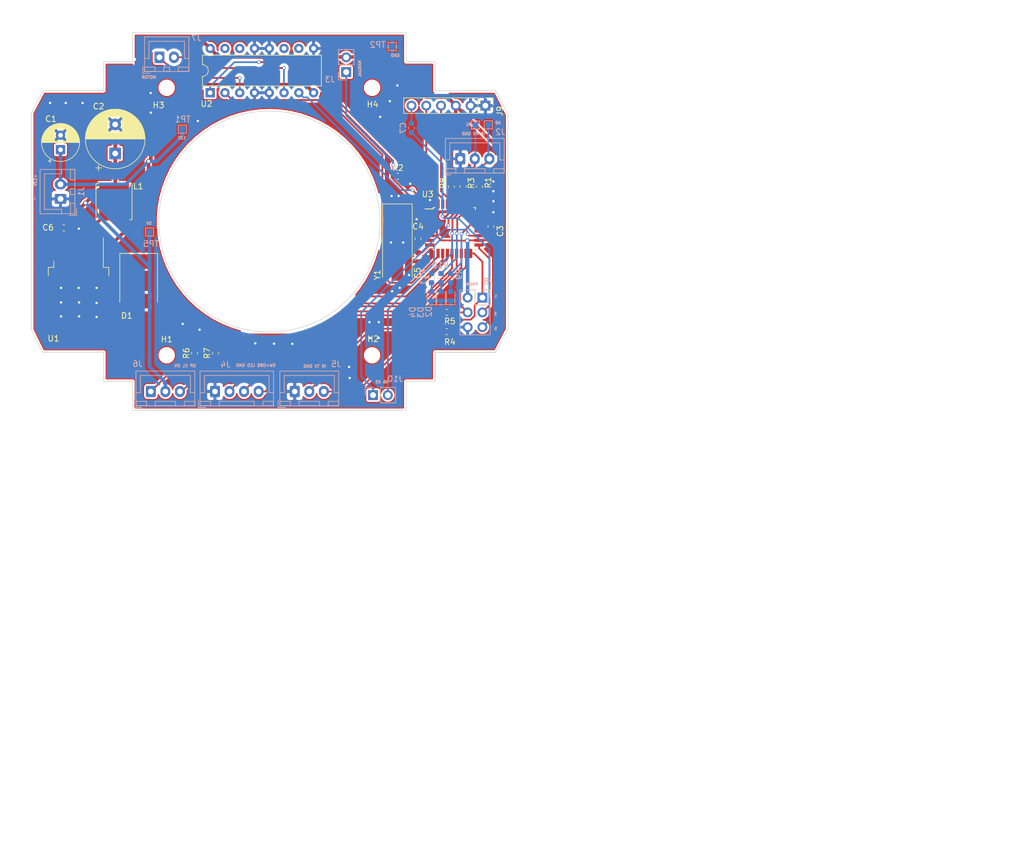
<source format=kicad_pcb>
(kicad_pcb (version 20171130) (host pcbnew 5.0.2-bee76a0~70~ubuntu18.04.1)
  (title_block (date "jeu. 02 avril 2015"))
  (layers (0 F.Cu signal) (31 B.Cu signal) (34 B.Paste user) (35 F.Paste user) (36 B.SilkS user) (37 F.SilkS user) (38 B.Mask user) (39 F.Mask user) (44 Edge.Cuts user))
  (net 0 "")
  (net 1 GND)
  (net 2 /2)
  (net 3 /4)
  (net 4 /7)
  (net 5 /8)
  (net 6 +5V)
  (net 7 +12V)
  (net 8 "Net-(D1-Pad1)")
  (net 9 /6)
  (net 10 /3)
  (net 11 "Net-(J7-Pad2)")
  (net 12 "Net-(J7-Pad1)")
  (net 13 /10)
  (net 14 /11)
  (net 15 /12)
  (net 16 /5)
  (net 17 "Net-(C3-Pad1)")
  (net 18 "Net-(C4-Pad2)")
  (net 19 "Net-(C5-Pad2)")
  (net 20 /Arduino_pro_mini/DTR)
  (net 21 "Net-(D3-Pad2)")
  (net 22 "Net-(D4-Pad2)")
  (net 23 /A0)
  (net 24 /Arduino_pro_mini/RX)
  (net 25 /Arduino_pro_mini/TX)
  (net 26 /Arduino_pro_mini/A5)
  (net 27 /Arduino_pro_mini/A4)
  (net 28 /Arduino_pro_mini/A2)
  (net 29 /Arduino_pro_mini/A3)
  (net 30 /Arduino_pro_mini/RESET)
  (net 31 "Net-(D2-Pad2)")
  (net 32 /A1)
  (net 33 /9)
  (net 34 "Net-(J5-Pad2)")
  (net 35 "Net-(J5-Pad3)")
  (net 36 /Arduino_pro_mini/SCK)
  (net 37 /Arduino_pro_mini/A6)
  (module TestPoint:TestPoint_Pad_1.0x1.0mm (layer B.Cu) (at 174.3 48.8)
    (fp_text reference TP4 hide)
    (fp_text value TestPoint)
    (pad 1 smd rect (at 0 0) (size 1 1) (layers B.Cu B.Mask) (net 32 /A1))
  )
  (module Resistor_SMD:R_0603_1608Metric (layer F.Cu) (at 160.9875 57.6)
    (fp_text reference R2 (at 0 -1.43) (layer F.SilkS))
    (fp_text value 100K)
    (pad 1 smd roundrect (at -0.7875 0) (size 0.875 0.95) (layers F.Cu F.Paste F.Mask) (net 3 /4))
    (pad 2 smd roundrect (at 0.7875 0) (size 0.875 0.95) (layers F.Cu F.Paste F.Mask) (net 1 GND))
  )
  (module Resistor_SMD:R_0603_1608Metric (layer F.Cu) (at 175 59.3875 270)
    (fp_text reference R1 (at -0.6875 -1.5 90) (layer F.SilkS))
    (fp_text value 60K)
    (pad 1 smd roundrect (at -0.7875 0 270) (size 0.875 0.95) (layers F.Cu F.Paste F.Mask) (net 6 +5V))
    (pad 2 smd roundrect (at 0.7875 0 270) (size 0.875 0.95) (layers F.Cu F.Paste F.Mask) (net 23 /A0))
  )
  (module Resistor_SMD:R_0603_1608Metric (layer F.Cu) (at 172.2 59.3875 270)
    (fp_text reference R3 (at -0.5875 -1.4 270) (layer F.SilkS))
    (fp_text value 60K)
    (pad 2 smd roundrect (at 0.7875 0 270) (size 0.875 0.95) (layers F.Cu F.Paste F.Mask) (net 32 /A1))
    (pad 1 smd roundrect (at -0.7875 0 270) (size 0.875 0.95) (layers F.Cu F.Paste F.Mask) (net 6 +5V))
  )
  (module Capacitor_SMD:C_0603_1608Metric (layer B.Cu) (at 163.322 49.3015 270)
    (fp_text reference C7 (at 0 1.43 270) (layer B.SilkS) (effects (justify mirror)))
    (fp_text value 0.1uF)
    (pad 1 smd roundrect (at -0.7875 0 270) (size 0.875 0.95) (layers B.Cu B.Paste B.Mask) (net 20 /Arduino_pro_mini/DTR))
    (pad 2 smd roundrect (at 0.7875 0 270) (size 0.875 0.95) (layers B.Cu B.Paste B.Mask) (net 30 /Arduino_pro_mini/RESET))
  )
  (module Resistor_SMD:R_0603_1608Metric (layer F.Cu) (at 169.3925 84.328 180)
    (fp_text reference R4 (at -0.5335 -1.778 180) (layer F.SilkS))
    (fp_text value 150E)
    (pad 1 smd roundrect (at -0.7875 0 180) (size 0.875 0.95) (layers F.Cu F.Paste F.Mask) (net 15 /12))
    (pad 2 smd roundrect (at 0.7875 0 180) (size 0.875 0.95) (layers F.Cu F.Paste F.Mask) (net 35 "Net-(J5-Pad3)"))
  )
  (module Connector_JST:JST_XH_B03B-XH-A_1x03_P2.50mm_Vertical (layer B.Cu) (at 171.704 54.61)
    (fp_text reference J2 (at 6.9 -4.6) (layer B.SilkS) (effects (justify mirror)))
    (fp_text value JST_XH_3pin)
    (pad 3 thru_hole oval (at 5 0) (size 1.7 1.95) (drill 0.95) (layers *.Cu *.Mask) (net 23 /A0))
    (pad 2 thru_hole oval (at 2.5 0) (size 1.7 1.95) (drill 0.95) (layers *.Cu *.Mask) (net 32 /A1))
    (pad 1 thru_hole roundrect (at 0 0) (size 1.7 1.95) (drill 0.95) (layers *.Cu *.Mask) (roundrect_rratio 0.147059) (net 1 GND))
  )
  (module Package_QFP:TQFP-32_7x7mm_P0.8mm (layer F.Cu) (at 170.69 66.63)
    (fp_text reference U3 (at -4.574 -5.924) (layer F.SilkS))
    (fp_text value ATmega328P-AU)
    (pad 32 smd rect (at -2.8 -4.25 90) (size 1.6 0.55) (layers F.Cu F.Paste F.Mask) (net 2 /2))
    (pad 31 smd rect (at -2 -4.25 90) (size 1.6 0.55) (layers F.Cu F.Paste F.Mask) (net 25 /Arduino_pro_mini/TX))
    (pad 30 smd rect (at -1.2 -4.25 90) (size 1.6 0.55) (layers F.Cu F.Paste F.Mask) (net 24 /Arduino_pro_mini/RX))
    (pad 29 smd rect (at -0.4 -4.25 90) (size 1.6 0.55) (layers F.Cu F.Paste F.Mask) (net 30 /Arduino_pro_mini/RESET))
    (pad 28 smd rect (at 0.4 -4.25 90) (size 1.6 0.55) (layers F.Cu F.Paste F.Mask) (net 26 /Arduino_pro_mini/A5))
    (pad 27 smd rect (at 1.2 -4.25 90) (size 1.6 0.55) (layers F.Cu F.Paste F.Mask) (net 27 /Arduino_pro_mini/A4))
    (pad 26 smd rect (at 2 -4.25 90) (size 1.6 0.55) (layers F.Cu F.Paste F.Mask) (net 29 /Arduino_pro_mini/A3))
    (pad 25 smd rect (at 2.8 -4.25 90) (size 1.6 0.55) (layers F.Cu F.Paste F.Mask) (net 28 /Arduino_pro_mini/A2))
    (pad 24 smd rect (at 4.25 -2.8) (size 1.6 0.55) (layers F.Cu F.Paste F.Mask) (net 32 /A1))
    (pad 23 smd rect (at 4.25 -2) (size 1.6 0.55) (layers F.Cu F.Paste F.Mask) (net 23 /A0))
    (pad 22 smd rect (at 4.25 -1.2) (size 1.6 0.55) (layers F.Cu F.Paste F.Mask))
    (pad 21 smd rect (at 4.25 -0.4) (size 1.6 0.55) (layers F.Cu F.Paste F.Mask) (net 1 GND))
    (pad 20 smd rect (at 4.25 0.4) (size 1.6 0.55) (layers F.Cu F.Paste F.Mask) (net 17 "Net-(C3-Pad1)"))
    (pad 19 smd rect (at 4.25 1.2) (size 1.6 0.55) (layers F.Cu F.Paste F.Mask) (net 37 /Arduino_pro_mini/A6))
    (pad 18 smd rect (at 4.25 2) (size 1.6 0.55) (layers F.Cu F.Paste F.Mask) (net 6 +5V))
    (pad 17 smd rect (at 4.25 2.8) (size 1.6 0.55) (layers F.Cu F.Paste F.Mask) (net 36 /Arduino_pro_mini/SCK))
    (pad 16 smd rect (at 2.8 4.25 90) (size 1.6 0.55) (layers F.Cu F.Paste F.Mask) (net 15 /12))
    (pad 15 smd rect (at 2 4.25 90) (size 1.6 0.55) (layers F.Cu F.Paste F.Mask) (net 14 /11))
    (pad 14 smd rect (at 1.2 4.25 90) (size 1.6 0.55) (layers F.Cu F.Paste F.Mask) (net 13 /10))
    (pad 13 smd rect (at 0.4 4.25 90) (size 1.6 0.55) (layers F.Cu F.Paste F.Mask) (net 33 /9))
    (pad 12 smd rect (at -0.4 4.25 90) (size 1.6 0.55) (layers F.Cu F.Paste F.Mask) (net 5 /8))
    (pad 11 smd rect (at -1.2 4.25 90) (size 1.6 0.55) (layers F.Cu F.Paste F.Mask) (net 4 /7))
    (pad 10 smd rect (at -2 4.25 90) (size 1.6 0.55) (layers F.Cu F.Paste F.Mask) (net 9 /6))
    (pad 9 smd rect (at -2.8 4.25 90) (size 1.6 0.55) (layers F.Cu F.Paste F.Mask) (net 16 /5))
    (pad 8 smd rect (at -4.25 2.8) (size 1.6 0.55) (layers F.Cu F.Paste F.Mask) (net 19 "Net-(C5-Pad2)"))
    (pad 7 smd rect (at -4.25 2) (size 1.6 0.55) (layers F.Cu F.Paste F.Mask) (net 18 "Net-(C4-Pad2)"))
    (pad 6 smd rect (at -4.25 1.2) (size 1.6 0.55) (layers F.Cu F.Paste F.Mask) (net 6 +5V))
    (pad 5 smd rect (at -4.25 0.4) (size 1.6 0.55) (layers F.Cu F.Paste F.Mask) (net 1 GND))
    (pad 4 smd rect (at -4.25 -0.4) (size 1.6 0.55) (layers F.Cu F.Paste F.Mask) (net 6 +5V))
    (pad 3 smd rect (at -4.25 -1.2) (size 1.6 0.55) (layers F.Cu F.Paste F.Mask) (net 1 GND))
    (pad 2 smd rect (at -4.25 -2) (size 1.6 0.55) (layers F.Cu F.Paste F.Mask) (net 3 /4))
    (pad 1 smd rect (at -4.25 -2.8) (size 1.6 0.55) (layers F.Cu F.Paste F.Mask) (net 10 /3))
  )
  (module Resistor_SMD:R_0603_1608Metric (layer F.Cu) (at 170.18 59.4105 270)
    (fp_text reference R8 (at -0.6105 1.38 270) (layer F.SilkS))
    (fp_text value 10K)
    (pad 1 smd roundrect (at -0.7875 0 270) (size 0.875 0.95) (layers F.Cu F.Paste F.Mask) (net 6 +5V))
    (pad 2 smd roundrect (at 0.7875 0 270) (size 0.875 0.95) (layers F.Cu F.Paste F.Mask) (net 30 /Arduino_pro_mini/RESET))
  )
  (module Connector_JST:JST_XH_B04B-XH-A_1x04_P2.50mm_Vertical (layer B.Cu) (at 129.55 94.625)
    (fp_text reference J4 (at 1.8 -4.625) (layer B.SilkS) (effects (justify mirror)))
    (fp_text value JST_XH_4pin)
    (pad 4 thru_hole oval (at 7.5 0) (size 1.7 1.95) (drill 0.95) (layers *.Cu *.Mask) (net 13 /10))
    (pad 3 thru_hole oval (at 5 0) (size 1.7 1.95) (drill 0.95) (layers *.Cu *.Mask) (net 33 /9))
    (pad 2 thru_hole oval (at 2.5 0) (size 1.7 1.95) (drill 0.95) (layers *.Cu *.Mask) (net 5 /8))
    (pad 1 thru_hole roundrect (at 0 0) (size 1.7 1.95) (drill 0.95) (layers *.Cu *.Mask) (roundrect_rratio 0.147059) (net 1 GND))
  )
  (module Connector_JST:JST_XH_B02B-XH-A_1x02_P2.50mm_Vertical (layer B.Cu) (at 120 37.15)
    (fp_text reference J7 (at 6.35 -3.3) (layer B.SilkS) (effects (justify mirror)))
    (fp_text value JST_XH_2pin)
    (pad 1 thru_hole roundrect (at 0 0) (size 1.7 2) (drill 1) (layers *.Cu *.Mask) (roundrect_rratio 0.147059) (net 12 "Net-(J7-Pad1)"))
    (pad 2 thru_hole oval (at 2.5 0) (size 1.7 2) (drill 1) (layers *.Cu *.Mask) (net 11 "Net-(J7-Pad2)"))
  )
  (module Connector_JST:JST_XH_B02B-XH-A_1x02_P2.50mm_Vertical (layer B.Cu) (at 103 61.5 90)
    (fp_text reference J1 (at 1.25 3.55 90) (layer B.SilkS) (effects (justify mirror)))
    (fp_text value JST_XH_2pin)
    (pad 1 thru_hole roundrect (at 0 0 90) (size 1.7 2) (drill 1) (layers *.Cu *.Mask) (roundrect_rratio 0.147059) (net 1 GND))
    (pad 2 thru_hole oval (at 2.5 0 90) (size 1.7 2) (drill 1) (layers *.Cu *.Mask) (net 7 +12V))
  )
  (module Package_DIP:DIP-16_W7.62mm (layer F.Cu) (at 128.72 43.25 90)
    (fp_text reference U2 (at -1.9 -0.62 180) (layer F.SilkS))
    (fp_text value L293D)
    (pad 1 thru_hole rect (at 0 0 90) (size 1.6 1.6) (drill 0.8) (layers *.Cu *.Mask) (net 2 /2))
    (pad 9 thru_hole oval (at 7.62 17.78 90) (size 1.6 1.6) (drill 0.8) (layers *.Cu *.Mask) (net 1 GND))
    (pad 2 thru_hole oval (at 0 2.54 90) (size 1.6 1.6) (drill 0.8) (layers *.Cu *.Mask) (net 16 /5))
    (pad 10 thru_hole oval (at 7.62 15.24 90) (size 1.6 1.6) (drill 0.8) (layers *.Cu *.Mask))
    (pad 3 thru_hole oval (at 0 5.08 90) (size 1.6 1.6) (drill 0.8) (layers *.Cu *.Mask) (net 12 "Net-(J7-Pad1)"))
    (pad 11 thru_hole oval (at 7.62 12.7 90) (size 1.6 1.6) (drill 0.8) (layers *.Cu *.Mask))
    (pad 4 thru_hole oval (at 0 7.62 90) (size 1.6 1.6) (drill 0.8) (layers *.Cu *.Mask) (net 1 GND))
    (pad 12 thru_hole oval (at 7.62 10.16 90) (size 1.6 1.6) (drill 0.8) (layers *.Cu *.Mask) (net 1 GND))
    (pad 5 thru_hole oval (at 0 10.16 90) (size 1.6 1.6) (drill 0.8) (layers *.Cu *.Mask) (net 1 GND))
    (pad 13 thru_hole oval (at 7.62 7.62 90) (size 1.6 1.6) (drill 0.8) (layers *.Cu *.Mask) (net 1 GND))
    (pad 6 thru_hole oval (at 0 12.7 90) (size 1.6 1.6) (drill 0.8) (layers *.Cu *.Mask) (net 11 "Net-(J7-Pad2)"))
    (pad 14 thru_hole oval (at 7.62 5.08 90) (size 1.6 1.6) (drill 0.8) (layers *.Cu *.Mask))
    (pad 7 thru_hole oval (at 0 15.24 90) (size 1.6 1.6) (drill 0.8) (layers *.Cu *.Mask) (net 10 /3))
    (pad 15 thru_hole oval (at 7.62 2.54 90) (size 1.6 1.6) (drill 0.8) (layers *.Cu *.Mask))
    (pad 8 thru_hole oval (at 0 17.78 90) (size 1.6 1.6) (drill 0.8) (layers *.Cu *.Mask) (net 7 +12V))
    (pad 16 thru_hole oval (at 7.62 0 90) (size 1.6 1.6) (drill 0.8) (layers *.Cu *.Mask) (net 6 +5V))
  )
  (module Package_TO_SOT_SMD:TO-263-5_TabPin3 (layer F.Cu) (at 106.1 76.235 270)
    (fp_text reference U1 (at 9.275 4.3) (layer F.SilkS))
    (fp_text value LM2576R-5.0)
    (pad 1 smd rect (at -5.775 -3.4 270) (size 4.6 1.1) (layers F.Cu F.Paste F.Mask) (net 7 +12V))
    (pad 2 smd rect (at -5.775 -1.7 270) (size 4.6 1.1) (layers F.Cu F.Paste F.Mask) (net 8 "Net-(D1-Pad1)"))
    (pad 3 smd rect (at -5.775 0 270) (size 4.6 1.1) (layers F.Cu F.Paste F.Mask) (net 1 GND))
    (pad 4 smd rect (at -5.775 1.7 270) (size 4.6 1.1) (layers F.Cu F.Paste F.Mask) (net 6 +5V))
    (pad 5 smd rect (at -5.775 3.4 270) (size 4.6 1.1) (layers F.Cu F.Paste F.Mask) (net 1 GND))
    (pad 3 smd rect (at 3.375 0 270) (size 9.4 10.8) (layers F.Cu F.Mask) (net 1 GND))
  )
  (module Inductor_SMD:L_Bourns_SRN6045TA (layer F.Cu) (at 112.2 61.975 90)
    (fp_text reference L1 (at 2.625 4.15 180) (layer F.SilkS))
    (fp_text value SRN6045-101M)
    (pad 1 smd rect (at -2.075 0 90) (size 2.35 5.1) (layers F.Cu F.Paste F.Mask) (net 8 "Net-(D1-Pad1)"))
    (pad 2 smd rect (at 2.075 0 90) (size 2.35 5.1) (layers F.Cu F.Paste F.Mask) (net 6 +5V))
  )
  (module Capacitor_THT:CP_Radial_D6.3mm_P2.50mm (layer F.Cu) (at 103 53.05 90)
    (fp_text reference C1 (at 5.3 -1.65 180) (layer F.SilkS))
    (fp_text value 100uF,25V)
    (pad 1 thru_hole rect (at 0 0 90) (size 1.6 1.6) (drill 0.8) (layers *.Cu *.Mask) (net 7 +12V))
    (pad 2 thru_hole circle (at 2.5 0 90) (size 1.6 1.6) (drill 0.8) (layers *.Cu *.Mask) (net 1 GND))
  )
  (module Capacitor_THT:CP_Radial_D10.0mm_P5.00mm (layer F.Cu) (at 112.4 53.7 90)
    (fp_text reference C2 (at 8.1 -2.85 180) (layer F.SilkS))
    (fp_text value 1000uF,16V)
    (pad 1 thru_hole rect (at 0 0 90) (size 2 2) (drill 1) (layers *.Cu *.Mask) (net 6 +5V))
    (pad 2 thru_hole circle (at 5 0 90) (size 2 2) (drill 1) (layers *.Cu *.Mask) (net 1 GND))
  )
  (module Diode_SMD:D_SMC (layer F.Cu) (at 116.44 75.69 270)
    (fp_text reference D1 (at 5.9 2.05) (layer F.SilkS))
    (fp_text value SS34)
    (pad 1 smd rect (at -3.4 0) (size 3.3 2.5) (layers F.Cu F.Paste F.Mask) (net 8 "Net-(D1-Pad1)"))
    (pad 2 smd rect (at 3.4 0) (size 3.3 2.5) (layers F.Cu F.Paste F.Mask) (net 1 GND))
  )
  (module Connector_JST:JST_XH_B03B-XH-A_1x03_P2.50mm_Vertical (layer B.Cu) (at 118.525 94.625)
    (fp_text reference J6 (at -2.275 -4.75) (layer B.SilkS) (effects (justify mirror)))
    (fp_text value JST_XH_3pin)
    (pad 1 thru_hole roundrect (at 0 0) (size 1.7 1.95) (drill 0.95) (layers *.Cu *.Mask) (roundrect_rratio 0.147059) (net 9 /6))
    (pad 2 thru_hole oval (at 2.5 0) (size 1.7 1.95) (drill 0.95) (layers *.Cu *.Mask) (net 6 +5V))
    (pad 3 thru_hole oval (at 5 0) (size 1.7 1.95) (drill 0.95) (layers *.Cu *.Mask) (net 4 /7))
  )
  (module MountingHole:MountingHole_2.2mm_M2_ISO7380 (layer F.Cu) (at 121.25 88.4)
    (fp_text reference H1 (at 0 -2.75) (layer F.SilkS))
    (fp_text value MountingHole)
    (pad 1 np_thru_hole circle (at 0 0) (size 2.2 2.2) (drill 2.2) (layers *.Cu *.Mask))
  )
  (module MountingHole:MountingHole_2.2mm_M2_ISO7380 (layer F.Cu) (at 156.55 88.4)
    (fp_text reference H2 (at 0.168 -2.802) (layer F.SilkS))
    (fp_text value MountingHole)
    (pad 1 np_thru_hole circle (at 0 0) (size 2.2 2.2) (drill 2.2) (layers *.Cu *.Mask))
  )
  (module MountingHole:MountingHole_2.2mm_M2_ISO7380 (layer F.Cu) (at 121.25 42.4)
    (fp_text reference H3 (at -1.4 3) (layer F.SilkS))
    (fp_text value MountingHole)
    (pad 1 np_thru_hole circle (at 0 0) (size 2.2 2.2) (drill 2.2) (layers *.Cu *.Mask))
  )
  (module MountingHole:MountingHole_2.2mm_M2_ISO7380 (layer F.Cu) (at 156.55 42.4)
    (fp_text reference H4 (at 0.1 2.85) (layer F.SilkS))
    (fp_text value MountingHole)
    (pad 1 np_thru_hole circle (at 0 0) (size 2.2 2.2) (drill 2.2) (layers *.Cu *.Mask))
  )
  (module Capacitor_SMD:C_0603_1608Metric (layer F.Cu) (at 176.98 66.24 90)
    (fp_text reference C3 (at -0.816 1.582 90) (layer F.SilkS))
    (fp_text value 0.1uF)
    (pad 2 smd roundrect (at 0.7875 0 90) (size 0.875 0.95) (layers F.Cu F.Paste F.Mask) (net 1 GND))
    (pad 1 smd roundrect (at -0.7875 0 90) (size 0.875 0.95) (layers F.Cu F.Paste F.Mask) (net 17 "Net-(C3-Pad1)"))
  )
  (module Capacitor_SMD:C_0603_1608Metric (layer F.Cu) (at 164.47 68.3605 270)
    (fp_text reference C4 (at -2.1025 0.02) (layer F.SilkS))
    (fp_text value 22pF)
    (pad 1 smd roundrect (at -0.7875 0 270) (size 0.875 0.95) (layers F.Cu F.Paste F.Mask) (net 1 GND))
    (pad 2 smd roundrect (at 0.7875 0 270) (size 0.875 0.95) (layers F.Cu F.Paste F.Mask) (net 18 "Net-(C4-Pad2)"))
  )
  (module Capacitor_SMD:C_0603_1608Metric (layer F.Cu) (at 164.48 71.5355 90)
    (fp_text reference C5 (at -2.6895 -0.105 90) (layer F.SilkS))
    (fp_text value 22pF)
    (pad 2 smd roundrect (at 0.7875 0 90) (size 0.875 0.95) (layers F.Cu F.Paste F.Mask) (net 19 "Net-(C5-Pad2)"))
    (pad 1 smd roundrect (at -0.7875 0 90) (size 0.875 0.95) (layers F.Cu F.Paste F.Mask) (net 1 GND))
  )
  (module Capacitor_SMD:C_0603_1608Metric (layer F.Cu) (at 103.5625 66.48)
    (fp_text reference C6 (at -2.7025 -0.06) (layer F.SilkS))
    (fp_text value 0.1uF)
    (pad 1 smd roundrect (at -0.7875 0) (size 0.875 0.95) (layers F.Cu F.Paste F.Mask) (net 1 GND))
    (pad 2 smd roundrect (at 0.7875 0) (size 0.875 0.95) (layers F.Cu F.Paste F.Mask) (net 6 +5V))
  )
  (module Diode_SMD:D_0603_1608Metric (layer B.Cu) (at 170.052 78.228 90)
    (fp_text reference D2 (at -2.672 -3.752 90) (layer B.SilkS) (effects (justify mirror)))
    (fp_text value LED_Small)
    (pad 1 smd roundrect (at -0.7875 0 90) (size 0.875 0.95) (layers B.Cu B.Paste B.Mask) (net 1 GND))
    (pad 2 smd roundrect (at 0.7875 0 90) (size 0.875 0.95) (layers B.Cu B.Paste B.Mask) (net 31 "Net-(D2-Pad2)"))
  )
  (module Diode_SMD:D_0603_1608Metric (layer B.Cu) (at 168.4095 78.228 90)
    (fp_text reference D3 (at -2.772 -3.5095 90) (layer B.SilkS) (effects (justify mirror)))
    (fp_text value LED_Small)
    (pad 2 smd roundrect (at 0.7875 0 90) (size 0.875 0.95) (layers B.Cu B.Paste B.Mask) (net 21 "Net-(D3-Pad2)"))
    (pad 1 smd roundrect (at -0.7875 0 90) (size 0.875 0.95) (layers B.Cu B.Paste B.Mask) (net 1 GND))
  )
  (module Diode_SMD:D_0603_1608Metric (layer B.Cu) (at 166.767 78.258 90)
    (fp_text reference D4 (at -2.742 -3.267 90) (layer B.SilkS) (effects (justify mirror)))
    (fp_text value LED_Small)
    (pad 2 smd roundrect (at 0.7875 0 90) (size 0.875 0.95) (layers B.Cu B.Paste B.Mask) (net 22 "Net-(D4-Pad2)"))
    (pad 1 smd roundrect (at -0.7875 0 90) (size 0.875 0.95) (layers B.Cu B.Paste B.Mask) (net 1 GND))
  )
  (module Connector_PinHeader_2.54mm:PinHeader_1x02_P2.54mm_Vertical (layer B.Cu) (at 152.1 39.7)
    (fp_text reference J3 (at -2.794 1.27) (layer B.SilkS) (effects (justify mirror)))
    (fp_text value Conn_01x02)
    (pad 1 thru_hole rect (at 0 0) (size 1.7 1.7) (drill 1) (layers *.Cu *.Mask) (net 3 /4))
    (pad 2 thru_hole oval (at 0 -2.54) (size 1.7 1.7) (drill 1) (layers *.Cu *.Mask) (net 6 +5V))
  )
  (module Connector_PinHeader_2.54mm:PinHeader_1x02_P2.54mm_Vertical (layer B.Cu) (at 156.718 95.25 270)
    (fp_text reference J10 (at -2.794 -3.81) (layer B.SilkS) (effects (justify mirror)))
    (fp_text value Conn_01x02)
    (pad 2 thru_hole oval (at 0 -2.54 270) (size 1.7 1.7) (drill 1) (layers *.Cu *.Mask) (net 37 /Arduino_pro_mini/A6))
    (pad 1 thru_hole rect (at 0 0 270) (size 1.7 1.7) (drill 1) (layers *.Cu *.Mask) (net 26 /Arduino_pro_mini/A5))
  )
  (module Resistor_SMD:R_0603_1608Metric (layer F.Cu) (at 126.05 88.0375 90)
    (fp_text reference R6 (at 0 -1.43 90) (layer F.SilkS))
    (fp_text value 100K)
    (pad 2 smd roundrect (at 0.7875 0 90) (size 0.875 0.95) (layers F.Cu F.Paste F.Mask) (net 1 GND))
    (pad 1 smd roundrect (at -0.7875 0 90) (size 0.875 0.95) (layers F.Cu F.Paste F.Mask) (net 9 /6))
  )
  (module Resistor_SMD:R_0603_1608Metric (layer F.Cu) (at 129.625 88.0375 90)
    (fp_text reference R7 (at 0 -1.43 90) (layer F.SilkS))
    (fp_text value 100K)
    (pad 1 smd roundrect (at -0.7875 0 90) (size 0.875 0.95) (layers F.Cu F.Paste F.Mask) (net 4 /7))
    (pad 2 smd roundrect (at 0.7875 0 90) (size 0.875 0.95) (layers F.Cu F.Paste F.Mask) (net 1 GND))
  )
  (module Resistor_SMD:R_0603_1608Metric (layer B.Cu) (at 170.052 75.128 90)
    (fp_text reference R9 (at 0.698 1.428 90) (layer B.SilkS) (effects (justify mirror)))
    (fp_text value 150E)
    (pad 1 smd roundrect (at -0.7875 0 90) (size 0.875 0.95) (layers B.Cu B.Paste B.Mask) (net 31 "Net-(D2-Pad2)"))
    (pad 2 smd roundrect (at 0.7875 0 90) (size 0.875 0.95) (layers B.Cu B.Paste B.Mask) (net 28 /Arduino_pro_mini/A2))
  )
  (module Resistor_SMD:R_0603_1608Metric (layer B.Cu) (at 168.4095 75.128 90)
    (fp_text reference R10 (at 2.228 -0.1095) (layer B.SilkS) (effects (justify mirror)))
    (fp_text value 150E)
    (pad 2 smd roundrect (at 0.7875 0 90) (size 0.875 0.95) (layers B.Cu B.Paste B.Mask) (net 29 /Arduino_pro_mini/A3))
    (pad 1 smd roundrect (at -0.7875 0 90) (size 0.875 0.95) (layers B.Cu B.Paste B.Mask) (net 21 "Net-(D3-Pad2)"))
  )
  (module Resistor_SMD:R_0603_1608Metric (layer B.Cu) (at 166.767 75.128 90)
    (fp_text reference R11 (at 0.128 -1.427 90) (layer B.SilkS) (effects (justify mirror)))
    (fp_text value 150E)
    (pad 1 smd roundrect (at -0.7875 0 90) (size 0.875 0.95) (layers B.Cu B.Paste B.Mask) (net 22 "Net-(D4-Pad2)"))
    (pad 2 smd roundrect (at 0.7875 0 90) (size 0.875 0.95) (layers B.Cu B.Paste B.Mask) (net 27 /Arduino_pro_mini/A4))
  )
  (module Crystal:Crystal_SMD_HC49-SD (layer F.Cu) (at 160.9 69.078 270)
    (fp_text reference Y1 (at 5.48 3.44 270) (layer F.SilkS))
    (fp_text value ABLS-16.000MHZ-B4-T)
    (pad 1 smd rect (at -4.25 0 270) (size 4.5 2) (layers F.Cu F.Paste F.Mask) (net 18 "Net-(C4-Pad2)"))
    (pad 2 smd rect (at 4.25 0 270) (size 4.5 2) (layers F.Cu F.Paste F.Mask) (net 19 "Net-(C5-Pad2)"))
  )
  (module TestPoint:TestPoint_Pad_1.0x1.0mm (layer B.Cu) (at 123.952 49.53)
    (fp_text reference TP1 (at 0.048 -1.73) (layer B.SilkS) (effects (justify mirror)))
    (fp_text value TestPoint)
    (pad 1 smd rect (at 0 0) (size 1 1) (layers B.Cu B.Mask) (net 7 +12V))
  )
  (module TestPoint:TestPoint_Pad_1.0x1.0mm (layer B.Cu) (at 160.02 35.306)
    (fp_text reference TP2 (at -2.52 -0.306) (layer B.SilkS) (effects (justify mirror)))
    (fp_text value TestPoint)
    (pad 1 smd rect (at 0 0) (size 1 1) (layers B.Cu B.Mask) (net 1 GND))
  )
  (module TestPoint:TestPoint_Pad_1.0x1.0mm (layer B.Cu) (at 176.53 48.768)
    (fp_text reference TP3 hide)
    (fp_text value TestPoint)
    (pad 1 smd rect (at 0 0) (size 1 1) (layers B.Cu B.Mask) (net 23 /A0))
  )
  (module TestPoint:TestPoint_Pad_1.0x1.0mm (layer B.Cu) (at 118.3 67.2)
    (fp_text reference TP5 (at 0.254 2.032) (layer B.SilkS) (effects (justify mirror)))
    (fp_text value TestPoint)
    (pad 1 smd rect (at 0 0) (size 1 1) (layers B.Cu B.Mask) (net 6 +5V))
  )
  (module Connector_JST:JST_XH_B03B-XH-A_1x03_P2.50mm_Vertical (layer B.Cu) (at 143.256 94.625)
    (fp_text reference J5 (at 7.112 -4.709) (layer B.SilkS) (effects (justify mirror)))
    (fp_text value JST_XH_3pin)
    (pad 1 thru_hole roundrect (at 0 0) (size 1.7 1.95) (drill 0.95) (layers *.Cu *.Mask) (roundrect_rratio 0.147059) (net 1 GND))
    (pad 2 thru_hole oval (at 2.5 0) (size 1.7 1.95) (drill 0.95) (layers *.Cu *.Mask) (net 34 "Net-(J5-Pad2)"))
    (pad 3 thru_hole oval (at 5 0) (size 1.7 1.95) (drill 0.95) (layers *.Cu *.Mask) (net 35 "Net-(J5-Pad3)"))
  )
  (module Connector_PinHeader_2.54mm:PinHeader_2x03_P2.54mm_Vertical (layer B.Cu) (at 175.514 78.486 180)
    (fp_text reference J8 (at -1.016 2.794 180) (layer B.SilkS) (effects (justify mirror)))
    (fp_text value Conn_02x03_Odd_Even)
    (pad 1 thru_hole rect (at 0 0 180) (size 1.7 1.7) (drill 1) (layers *.Cu *.Mask) (net 15 /12))
    (pad 2 thru_hole oval (at 2.54 0 180) (size 1.7 1.7) (drill 1) (layers *.Cu *.Mask) (net 6 +5V))
    (pad 3 thru_hole oval (at 0 -2.54 180) (size 1.7 1.7) (drill 1) (layers *.Cu *.Mask) (net 36 /Arduino_pro_mini/SCK))
    (pad 4 thru_hole oval (at 2.54 -2.54 180) (size 1.7 1.7) (drill 1) (layers *.Cu *.Mask) (net 14 /11))
    (pad 5 thru_hole oval (at 0 -5.08 180) (size 1.7 1.7) (drill 1) (layers *.Cu *.Mask) (net 30 /Arduino_pro_mini/RESET))
    (pad 6 thru_hole oval (at 2.54 -5.08 180) (size 1.7 1.7) (drill 1) (layers *.Cu *.Mask) (net 1 GND))
  )
  (module Connector_PinHeader_2.54mm:PinHeader_1x06_P2.54mm_Vertical (layer F.Cu) (at 176.022 45.466 270)
    (fp_text reference J9 (at 0.934 -2.478 270) (layer F.SilkS))
    (fp_text value Conn_01x06)
    (pad 1 thru_hole rect (at 0 0 270) (size 1.7 1.7) (drill 1) (layers *.Cu *.Mask) (net 1 GND))
    (pad 2 thru_hole oval (at 0 2.54 270) (size 1.7 1.7) (drill 1) (layers *.Cu *.Mask) (net 1 GND))
    (pad 3 thru_hole oval (at 0 5.08 270) (size 1.7 1.7) (drill 1) (layers *.Cu *.Mask) (net 6 +5V))
    (pad 4 thru_hole oval (at 0 7.62 270) (size 1.7 1.7) (drill 1) (layers *.Cu *.Mask) (net 24 /Arduino_pro_mini/RX))
    (pad 5 thru_hole oval (at 0 10.16 270) (size 1.7 1.7) (drill 1) (layers *.Cu *.Mask) (net 25 /Arduino_pro_mini/TX))
    (pad 6 thru_hole oval (at 0 12.7 270) (size 1.7 1.7) (drill 1) (layers *.Cu *.Mask) (net 20 /Arduino_pro_mini/DTR))
  )
  (module Resistor_SMD:R_0603_1608Metric (layer F.Cu) (at 169.3925 81.026 180)
    (fp_text reference R5 (at -0.5335 -1.524 180) (layer F.SilkS))
    (fp_text value 150E)
    (pad 1 smd roundrect (at -0.7875 0 180) (size 0.875 0.95) (layers F.Cu F.Paste F.Mask) (net 14 /11))
    (pad 2 smd roundrect (at 0.7875 0 180) (size 0.875 0.95) (layers F.Cu F.Paste F.Mask) (net 34 "Net-(J5-Pad2)"))
  )
  (gr_text A1 (at 173.1 48.7) (layer B.SilkS) (effects (font (size 0.5 0.5) (thickness 0.125)) (justify mirror)))
  (gr_text 5V (at 118.2 65.7) (layer B.SilkS) (effects (font (size 0.5 0.5) (thickness 0.125)) (justify mirror)))
  (gr_text 12V (at 123.9 51) (layer B.SilkS) (effects (font (size 0.5 0.5) (thickness 0.125)) (justify mirror)))
  (gr_text 5 (at 177.8 83.82) (layer B.SilkS) (effects (font (size 0.5 0.5) (thickness 0.125)) (justify mirror)))
  (gr_text 3 (at 177.8 81.28) (layer B.SilkS) (effects (font (size 0.5 0.5) (thickness 0.125)) (justify mirror)))
  (gr_text 1 (at 177.8 78.232) (layer B.SilkS) (effects (font (size 0.5 0.5) (thickness 0.125)) (justify mirror)))
  (gr_text A0 (at 178.2 48.4) (layer B.SilkS) (effects (font (size 0.5 0.5) (thickness 0.125)) (justify mirror)))
  (gr_text MOTOR (at 118.2 40.575) (layer B.SilkS) (effects (font (size 0.5 0.5) (thickness 0.125)) (justify mirror)))
  (gr_text GND (at 160.528 36.83) (layer B.SilkS) (effects (font (size 0.5 0.5) (thickness 0.125)) (justify mirror)))
  (gr_text "A6 A5" (at 158.242 92.964) (layer B.SilkS) (effects (font (size 0.5 0.5) (thickness 0.125)) (justify mirror)))
  (gr_text PRGM (at 173.736 76.2) (layer B.SilkS) (effects (font (size 0.5 0.5) (thickness 0.125)) (justify mirror)))
  (gr_text MANUAL (at 154.432 39.116 90) (layer B.SilkS) (effects (font (size 0.5 0.5) (thickness 0.125)) (justify mirror)))
  (gr_text "IR RX GND" (at 173.99 50.292) (layer B.SilkS) (effects (font (size 0.5 0.5) (thickness 0.125)) (justify mirror)))
  (gr_text "IR TX GND" (at 146.7 90.275) (layer B.SilkS) (effects (font (size 0.5 0.5) (thickness 0.125)) (justify mirror)))
  (gr_text "SW+OBS LED GND" (at 136.575 90.125) (layer B.SilkS) (effects (font (size 0.5 0.5) (thickness 0.125)) (justify mirror)))
  (gr_text "OP CL DN" (at 124.4 90.2) (layer B.SilkS) (effects (font (size 0.5 0.5) (thickness 0.125)) (justify mirror)))
  (gr_text - (at 98.55 61.4 90) (layer B.SilkS) (effects (font (size 0.5 0.5) (thickness 0.125)) (justify mirror)))
  (gr_text +12V (at 98.67 58.28 90) (layer B.SilkS) (effects (font (size 0.5 0.5) (thickness 0.125)) (justify mirror)))
  (gr_line (start 179.9 83.9) (end 177.8 87.9) (layer Edge.Cuts) (width 0.1))
  (gr_line (start 98 84) (end 99.9 87.9) (layer Edge.Cuts) (width 0.1))
  (gr_line (start 100 42.9) (end 98 46.7) (layer Edge.Cuts) (width 0.1))
  (gr_line (start 177.8 42.9) (end 179.9 47) (layer Edge.Cuts) (width 0.1))
  (gr_line (start 115.4 92.9) (end 115.4 97.9) (layer Edge.Cuts) (width 0.1))
  (gr_line (start 110.4 92.9) (end 115.4 92.9) (layer Edge.Cuts) (width 0.1))
  (gr_line (start 110.4 87.9) (end 110.4 92.9) (layer Edge.Cuts) (width 0.1))
  (gr_line (start 99.9 87.9) (end 110.4 87.9) (layer Edge.Cuts) (width 0.1))
  (gr_line (start 162.4 97.9) (end 115.4 97.9) (layer Edge.Cuts) (width 0.1))
  (gr_line (start 162.4 92.9) (end 162.4 97.9) (layer Edge.Cuts) (width 0.1))
  (gr_line (start 167.4 92.9) (end 162.4 92.9) (layer Edge.Cuts) (width 0.1))
  (gr_line (start 167.4 87.9) (end 167.4 92.9) (layer Edge.Cuts) (width 0.15))
  (gr_line (start 167.4 87.9) (end 177.8 87.9) (layer Edge.Cuts) (width 0.15))
  (gr_line (start 167.4 42.9) (end 177.8 42.9) (layer Edge.Cuts) (width 0.1))
  (gr_line (start 167.4 37.9) (end 167.4 42.9) (layer Edge.Cuts) (width 0.1))
  (gr_line (start 110.4 42.9) (end 100 42.9) (layer Edge.Cuts) (width 0.1))
  (gr_line (start 110.4 37.9) (end 110.4 42.9) (layer Edge.Cuts) (width 0.1))
  (gr_line (start 179.9 83.9) (end 179.9 47) (layer Edge.Cuts) (width 0.1))
  (gr_line (start 98 84) (end 98 46.7) (layer Edge.Cuts) (width 0.1))
  (gr_line (start 162.4 37.9) (end 167.4 37.9) (layer Edge.Cuts) (width 0.1))
  (gr_line (start 162.4 32.9) (end 162.4 37.9) (layer Edge.Cuts) (width 0.1))
  (gr_line (start 115.4 32.9) (end 162.4 32.9) (layer Edge.Cuts) (width 0.1))
  (gr_line (start 115.4 33) (end 115.4 32.9) (layer Edge.Cuts) (width 0.1))
  (gr_line (start 115.4 37.9) (end 115.4 33) (layer Edge.Cuts) (width 0.1))
  (gr_line (start 110.4 37.9) (end 115.4 37.9) (layer Edge.Cuts) (width 0.1))
  (gr_circle (center 138.9 65.4) (end 157.9 65.5) (layer Edge.Cuts) (width 0.1))
  (via (at 109.2 81.81) (size 0.6) (drill 0.4) (layers F.Cu B.Cu) (net 1))
  (via (at 106.2 81.71) (size 0.6) (drill 0.4) (layers F.Cu B.Cu) (net 1))
  (via (at 103.1 81.71) (size 0.6) (drill 0.4) (layers F.Cu B.Cu) (net 1))
  (via (at 109.2 79.41) (size 0.6) (drill 0.4) (layers F.Cu B.Cu) (net 1))
  (via (at 106.2 79.31) (size 0.6) (drill 0.4) (layers F.Cu B.Cu) (net 1))
  (via (at 103.1 79.31) (size 0.6) (drill 0.4) (layers F.Cu B.Cu) (net 1))
  (via (at 109.2 76.81) (size 0.6) (drill 0.4) (layers F.Cu B.Cu) (net 1))
  (via (at 106.1 76.81) (size 0.6) (drill 0.4) (layers F.Cu B.Cu) (net 1))
  (via (at 103.1 76.81) (size 0.6) (drill 0.4) (layers F.Cu B.Cu) (net 1))
  (via (at 126.6 48.1) (size 0.6) (drill 0.4) (layers F.Cu B.Cu) (net 1))
  (via (at 118.5 43.3) (size 0.6) (drill 0.4) (layers F.Cu B.Cu) (net 1))
  (segment (start 138.88 40.2) (end 138.88 35.63) (width 0.6) (layer B.Cu) (net 1))
  (via (at 118.525 46.675) (size 0.6) (drill 0.4) (layers F.Cu B.Cu) (net 1))
  (segment (start 138.88 43.25) (end 138.88 40.2) (width 0.6) (layer B.Cu) (net 1))
  (segment (start 103 70.16) (end 102.7 70.46) (width 0.6) (layer F.Cu) (net 1))
  (segment (start 176.2025 66.23) (end 176.98 65.4525) (width 0.3) (layer F.Cu) (net 1))
  (segment (start 174.94 66.23) (end 176.2025 66.23) (width 0.3) (layer F.Cu) (net 1))
  (via (at 166.2 71) (size 0.6) (drill 0.4) (layers F.Cu B.Cu) (net 1))
  (segment (start 165.013 67.03) (end 164.47 67.573) (width 0.3) (layer F.Cu) (net 1))
  (segment (start 166.44 67.03) (end 165.013 67.03) (width 0.3) (layer F.Cu) (net 1))
  (via (at 157.95 47.4) (size 0.6) (drill 0.4) (layers F.Cu B.Cu) (net 1))
  (via (at 142.85 86.425) (size 0.6) (drill 0.4) (layers F.Cu B.Cu) (net 1))
  (via (at 139.7 86.4) (size 0.6) (drill 0.4) (layers F.Cu B.Cu) (net 1))
  (via (at 136.475 86.35) (size 0.6) (drill 0.4) (layers F.Cu B.Cu) (net 1))
  (via (at 162.9 74.6) (size 0.6) (drill 0.4) (layers F.Cu B.Cu) (net 1))
  (via (at 106.15 66.625) (size 0.6) (drill 0.4) (layers F.Cu B.Cu) (net 1))
  (via (at 177.4 60.2) (size 0.6) (drill 0.4) (layers F.Cu B.Cu) (net 1))
  (via (at 177.4 61.9) (size 0.6) (drill 0.4) (layers F.Cu B.Cu) (net 1))
  (via (at 177.4 63.8) (size 0.6) (drill 0.4) (layers F.Cu B.Cu) (net 1))
  (via (at 161.3 76.8) (size 0.6) (drill 0.4) (layers F.Cu B.Cu) (net 1))
  (via (at 160 77.4) (size 0.6) (drill 0.4) (layers F.Cu B.Cu) (net 1))
  (via (at 156.1 82.7) (size 0.6) (drill 0.4) (layers F.Cu B.Cu) (net 1))
  (via (at 101.2 45) (size 0.6) (drill 0.4) (layers F.Cu B.Cu) (net 1))
  (via (at 103.9 45) (size 0.6) (drill 0.4) (layers F.Cu B.Cu) (net 1))
  (via (at 106.8 45) (size 0.6) (drill 0.4) (layers F.Cu B.Cu) (net 1))
  (via (at 124 83) (size 0.6) (drill 0.4) (layers F.Cu B.Cu) (net 1))
  (via (at 126.9 84) (size 0.6) (drill 0.4) (layers F.Cu B.Cu) (net 1))
  (via (at 160.9 42) (size 0.6) (drill 0.4) (layers F.Cu B.Cu) (net 1))
  (via (at 159.6 44.7) (size 0.6) (drill 0.4) (layers F.Cu B.Cu) (net 1))
  (via (at 163.1 58.9) (size 0.6) (drill 0.4) (layers F.Cu B.Cu) (net 1))
  (via (at 159.8 69) (size 0.6) (drill 0.4) (layers F.Cu B.Cu) (net 1))
  (via (at 161.9 69) (size 0.6) (drill 0.4) (layers F.Cu B.Cu) (net 1))
  (via (at 159.9 61) (size 0.6) (drill 0.4) (layers F.Cu B.Cu) (net 1))
  (via (at 161.1 61) (size 0.6) (drill 0.4) (layers F.Cu B.Cu) (net 1))
  (via (at 164.2 65) (size 0.6) (drill 0.4) (layers F.Cu B.Cu) (net 1))
  (via (at 157.7 82.7) (size 0.6) (drill 0.4) (layers F.Cu B.Cu) (net 1))
  (via (at 152.6 90.4) (size 0.6) (drill 0.4) (layers F.Cu B.Cu) (net 1))
  (via (at 152.7 92.3) (size 0.6) (drill 0.4) (layers F.Cu B.Cu) (net 1))
  (via (at 156.2 85.4) (size 0.6) (drill 0.4) (layers F.Cu B.Cu) (net 1))
  (via (at 157.7 85.4) (size 0.6) (drill 0.4) (layers F.Cu B.Cu) (net 1))
  (via (at 166.5 61.7) (size 0.6) (drill 0.4) (layers F.Cu B.Cu) (net 1))
  (via (at 177.4 58.5) (size 0.6) (drill 0.4) (layers F.Cu B.Cu) (net 1))
  (segment (start 171.7 54.606) (end 171.704 54.61) (width 0.3) (layer B.Cu) (net 1))
  (via (at 137.1 38) (size 0.6) (drill 0.4) (layers F.Cu B.Cu) (net 2))
  (segment (start 136.675736 38) (end 137.1 38) (width 0.3) (layer B.Cu) (net 2))
  (segment (start 128.72 43.25) (end 128.72 42.15) (width 0.3) (layer B.Cu) (net 2))
  (segment (start 132.87 38) (end 136.675736 38) (width 0.3) (layer B.Cu) (net 2))
  (segment (start 128.72 42.15) (end 132.87 38) (width 0.3) (layer B.Cu) (net 2))
  (segment (start 137.1 38) (end 143.100002 38) (width 0.3) (layer F.Cu) (net 2))
  (segment (start 143.100002 38) (end 147.775012 42.67501) (width 0.3) (layer F.Cu) (net 2))
  (segment (start 167.89 61.855) (end 167.89 62.38) (width 0.3) (layer F.Cu) (net 2))
  (segment (start 148.71001 42.67501) (end 167.89 61.855) (width 0.3) (layer F.Cu) (net 2))
  (segment (start 147.775012 42.67501) (end 148.71001 42.67501) (width 0.3) (layer F.Cu) (net 2))
  (segment (start 152.1 40.85) (end 152.1 39.7) (width 0.3) (layer B.Cu) (net 3))
  (via (at 160.2 55.7) (size 0.6) (drill 0.4) (layers F.Cu B.Cu) (net 3))
  (segment (start 152.1 47.175736) (end 152.1 40.85) (width 0.3) (layer B.Cu) (net 3))
  (segment (start 160.2 55.275736) (end 152.1 47.175736) (width 0.3) (layer B.Cu) (net 3))
  (segment (start 160.2 55.7) (end 160.2 55.275736) (width 0.3) (layer B.Cu) (net 3))
  (segment (start 160.2 57.6) (end 160.2 55.7) (width 0.3) (layer F.Cu) (net 3))
  (segment (start 165.34 64.63) (end 165.1 64.39) (width 0.3) (layer F.Cu) (net 3))
  (segment (start 166.44 64.63) (end 165.34 64.63) (width 0.3) (layer F.Cu) (net 3))
  (segment (start 165.1 63.075) (end 165.1 64.39) (width 0.3) (layer F.Cu) (net 3))
  (segment (start 160.2 58.175) (end 165.1 63.075) (width 0.3) (layer F.Cu) (net 3))
  (segment (start 160.2 57.6) (end 160.2 58.175) (width 0.3) (layer F.Cu) (net 3))
  (segment (start 123.825 94.625) (end 123.525 94.625) (width 0.3) (layer F.Cu) (net 4))
  (segment (start 129.625 88.825) (end 123.825 94.625) (width 0.3) (layer F.Cu) (net 4))
  (segment (start 153.80713 79.47499) (end 144.918732 88.363388) (width 0.3) (layer F.Cu) (net 4))
  (segment (start 161.90213 79.47499) (end 153.80713 79.47499) (width 0.3) (layer F.Cu) (net 4))
  (segment (start 144.918732 88.363388) (end 130.086612 88.363388) (width 0.3) (layer F.Cu) (net 4))
  (segment (start 169.49 71.88712) (end 161.90213 79.47499) (width 0.3) (layer F.Cu) (net 4))
  (segment (start 130.086612 88.363388) (end 129.625 88.825) (width 0.3) (layer F.Cu) (net 4))
  (segment (start 169.49 70.88) (end 169.49 71.88712) (width 0.3) (layer F.Cu) (net 4))
  (segment (start 132.05 94.5) (end 132.05 94.625) (width 0.3) (layer F.Cu) (net 5))
  (segment (start 170.29 70.88) (end 170.29 73.477122) (width 0.3) (layer F.Cu) (net 5))
  (segment (start 170.29 73.477122) (end 163.792122 79.975) (width 0.3) (layer F.Cu) (net 5))
  (segment (start 137.575 88.975) (end 132.05 94.5) (width 0.3) (layer F.Cu) (net 5))
  (segment (start 163.792122 79.975) (end 154.01424 79.975) (width 0.3) (layer F.Cu) (net 5))
  (segment (start 154.01424 79.975) (end 145.01424 88.975) (width 0.3) (layer F.Cu) (net 5))
  (segment (start 145.01424 88.975) (end 137.575 88.975) (width 0.3) (layer F.Cu) (net 5))
  (segment (start 104.4 72.420002) (end 104.4 70.46) (width 0.5) (layer F.Cu) (net 6))
  (segment (start 104.4 68.499998) (end 104.4 70.46) (width 0.5) (layer F.Cu) (net 6))
  (segment (start 112.2 59.9) (end 110.825 59.9) (width 0.6) (layer F.Cu) (net 6))
  (segment (start 113.575 59.9) (end 112.2 59.9) (width 0.6) (layer F.Cu) (net 6))
  (via (at 107.3 62.2) (size 0.8) (drill 0.5) (layers F.Cu B.Cu) (net 6))
  (segment (start 112.2 59.9) (end 109.6 59.9) (width 0.6) (layer F.Cu) (net 6))
  (segment (start 109.6 59.9) (end 107.3 62.2) (width 0.6) (layer F.Cu) (net 6))
  (segment (start 112.4 59.7) (end 112.2 59.9) (width 0.6) (layer F.Cu) (net 6))
  (segment (start 112.4 52.1) (end 112.4 53.7) (width 0.6) (layer F.Cu) (net 6))
  (segment (start 114.02071 50.47929) (end 112.4 52.1) (width 0.6) (layer F.Cu) (net 6))
  (segment (start 114.02071 44.078667) (end 114.02071 50.47929) (width 0.6) (layer F.Cu) (net 6))
  (segment (start 112.4 53.7) (end 112.4 59.7) (width 0.6) (layer F.Cu) (net 6))
  (segment (start 119.219999 34.830001) (end 127.920001 34.830001) (width 0.6) (layer F.Cu) (net 6))
  (segment (start 127.920001 34.830001) (end 128.72 35.63) (width 0.6) (layer F.Cu) (net 6))
  (segment (start 116.05001 37.99999) (end 119.219999 34.830001) (width 0.6) (layer F.Cu) (net 6))
  (segment (start 116.05001 42.049367) (end 116.05001 37.99999) (width 0.6) (layer F.Cu) (net 6))
  (segment (start 114.02071 44.078667) (end 116.05001 42.049367) (width 0.6) (layer F.Cu) (net 6))
  (segment (start 104.4 65.1) (end 107.3 62.2) (width 0.6) (layer F.Cu) (net 6))
  (segment (start 104.4 70.46) (end 104.4 65.1) (width 0.6) (layer F.Cu) (net 6))
  (segment (start 167.54 67.83) (end 166.44 67.83) (width 0.3) (layer F.Cu) (net 6))
  (segment (start 167.690001 67.679999) (end 167.54 67.83) (width 0.3) (layer F.Cu) (net 6))
  (segment (start 167.690001 66.380001) (end 167.690001 67.679999) (width 0.3) (layer F.Cu) (net 6))
  (segment (start 167.54 66.23) (end 167.690001 66.380001) (width 0.3) (layer F.Cu) (net 6))
  (segment (start 166.44 66.23) (end 167.54 66.23) (width 0.3) (layer F.Cu) (net 6))
  (segment (start 167.525002 67.83) (end 166.44 67.83) (width 0.3) (layer F.Cu) (net 6))
  (segment (start 167.612912 67.83) (end 168.412912 68.63) (width 0.3) (layer F.Cu) (net 6))
  (segment (start 166.44 67.83) (end 167.612912 67.83) (width 0.3) (layer F.Cu) (net 6))
  (segment (start 118.3 90.325) (end 118.3 89.154) (width 0.6) (layer B.Cu) (net 6))
  (segment (start 121.025 93.05) (end 118.3 90.325) (width 0.6) (layer B.Cu) (net 6))
  (segment (start 121.025 94.625) (end 121.025 93.05) (width 0.6) (layer B.Cu) (net 6))
  (segment (start 118.3 89.375) (end 118.3 89.154) (width 0.6) (layer B.Cu) (net 6))
  (segment (start 107.3 62.2) (end 117.602 72.502) (width 0.6) (layer B.Cu) (net 6))
  (segment (start 117.602 72.502) (end 118.3 73.2) (width 0.6) (layer B.Cu) (net 6))
  (segment (start 178.562 66.866272) (end 178.562 64.329) (width 0.3) (layer F.Cu) (net 6))
  (segment (start 176.798272 68.63) (end 178.562 66.866272) (width 0.3) (layer F.Cu) (net 6))
  (segment (start 178.562 64.329) (end 178.562 63.754) (width 0.3) (layer F.Cu) (net 6))
  (segment (start 174.94 68.63) (end 176.798272 68.63) (width 0.3) (layer F.Cu) (net 6))
  (segment (start 172.974 68.766082) (end 172.905959 68.698041) (width 0.6) (layer B.Cu) (net 6))
  (segment (start 172.974 78.486) (end 172.974 68.766082) (width 0.6) (layer B.Cu) (net 6))
  (via (at 172.905959 68.698041) (size 0.8) (drill 0.5) (layers F.Cu B.Cu) (net 6))
  (segment (start 168.412912 68.63) (end 172.905959 68.698041) (width 0.3) (layer F.Cu) (net 6))
  (segment (start 172.974 68.63) (end 172.905959 68.698041) (width 0.3) (layer F.Cu) (net 6))
  (segment (start 174.94 68.63) (end 172.974 68.63) (width 0.3) (layer F.Cu) (net 6))
  (segment (start 178.562 53.086) (end 170.942 45.466) (width 0.6) (layer F.Cu) (net 6))
  (segment (start 170.092001 44.616001) (end 170.942 45.466) (width 0.6) (layer F.Cu) (net 6))
  (segment (start 169.491999 44.015999) (end 170.092001 44.616001) (width 0.6) (layer F.Cu) (net 6))
  (segment (start 158.919999 37.099999) (end 165.835999 44.015999) (width 0.6) (layer F.Cu) (net 6))
  (segment (start 165.835999 44.015999) (end 169.491999 44.015999) (width 0.6) (layer F.Cu) (net 6))
  (segment (start 130.189999 37.099999) (end 158.919999 37.099999) (width 0.6) (layer F.Cu) (net 6))
  (segment (start 128.72 35.63) (end 130.189999 37.099999) (width 0.6) (layer F.Cu) (net 6))
  (segment (start 118.3 68.22) (end 118.3 73.66) (width 0.6) (layer B.Cu) (net 6))
  (segment (start 118.3 89.154) (end 118.3 73.66) (width 0.6) (layer B.Cu) (net 6))
  (segment (start 118.3 73.66) (end 118.3 73.2) (width 0.6) (layer B.Cu) (net 6))
  (segment (start 118.3 67.2) (end 118.3 68.22) (width 0.6) (layer B.Cu) (net 6))
  (segment (start 170.18 47.430081) (end 170.18 58.0855) (width 0.6) (layer F.Cu) (net 6))
  (segment (start 170.18 58.0855) (end 170.18 58.623) (width 0.6) (layer F.Cu) (net 6))
  (segment (start 170.942 46.668081) (end 170.18 47.430081) (width 0.6) (layer F.Cu) (net 6))
  (segment (start 170.942 45.466) (end 170.942 46.668081) (width 0.6) (layer F.Cu) (net 6))
  (segment (start 170.203 58.6) (end 170.18 58.623) (width 0.6) (layer F.Cu) (net 6))
  (segment (start 178.562 56.938) (end 178.562 55.7) (width 0.6) (layer F.Cu) (net 6))
  (segment (start 178.562 55.7) (end 178.562 53.086) (width 0.6) (layer F.Cu) (net 6))
  (segment (start 172.177 58.623) (end 172.2 58.6) (width 0.6) (layer F.Cu) (net 6))
  (segment (start 170.18 58.623) (end 172.177 58.623) (width 0.6) (layer F.Cu) (net 6))
  (segment (start 178.562 55.038) (end 178.562 54.1) (width 0.6) (layer F.Cu) (net 6))
  (segment (start 178.562 63.754) (end 178.562 54.1) (width 0.6) (layer F.Cu) (net 6))
  (segment (start 175 58.6) (end 178.562 55.038) (width 0.6) (layer F.Cu) (net 6))
  (segment (start 178.562 54.1) (end 178.562 53.086) (width 0.6) (layer F.Cu) (net 6))
  (segment (start 146.5 43.25) (end 146.032002 43.25) (width 0.6) (layer F.Cu) (net 7))
  (segment (start 109.5 68.71) (end 109.5 70.46) (width 0.6) (layer F.Cu) (net 7))
  (segment (start 146.5 43.25) (end 145.099999 41.849999) (width 0.6) (layer F.Cu) (net 7))
  (segment (start 145.099999 41.849999) (end 127.439999 41.849999) (width 0.6) (layer F.Cu) (net 7))
  (segment (start 113 59) (end 103 59) (width 0.6) (layer B.Cu) (net 7))
  (segment (start 103 53.05) (end 103 59) (width 0.6) (layer B.Cu) (net 7))
  (via (at 118.13 55.04) (size 0.8) (drill 0.5) (layers F.Cu B.Cu) (net 7))
  (segment (start 113 59) (end 114.17 59) (width 0.6) (layer B.Cu) (net 7))
  (segment (start 114.17 59) (end 118.13 55.04) (width 0.6) (layer B.Cu) (net 7))
  (segment (start 118.529999 54.640001) (end 118.529999 50.759999) (width 0.6) (layer F.Cu) (net 7))
  (segment (start 118.13 55.04) (end 118.529999 54.640001) (width 0.6) (layer F.Cu) (net 7))
  (segment (start 118.13 55.605685) (end 118.13 55.04) (width 0.6) (layer F.Cu) (net 7))
  (segment (start 110.65 70.46) (end 118.13 62.98) (width 0.6) (layer F.Cu) (net 7))
  (segment (start 118.13 62.98) (end 118.13 55.605685) (width 0.6) (layer F.Cu) (net 7))
  (segment (start 109.5 70.46) (end 110.65 70.46) (width 0.6) (layer F.Cu) (net 7))
  (segment (start 119.759998 49.53) (end 119.425 49.864998) (width 0.6) (layer F.Cu) (net 7))
  (segment (start 118.529999 50.759999) (end 119.425 49.864998) (width 0.6) (layer F.Cu) (net 7))
  (segment (start 119.425 49.864998) (end 127.439999 41.849999) (width 0.6) (layer F.Cu) (net 7))
  (segment (start 118.695685 55.04) (end 118.13 55.04) (width 0.6) (layer B.Cu) (net 7))
  (segment (start 123.952 50.63) (end 119.542 55.04) (width 0.6) (layer B.Cu) (net 7))
  (segment (start 119.542 55.04) (end 118.695685 55.04) (width 0.6) (layer B.Cu) (net 7))
  (segment (start 123.952 49.53) (end 123.952 50.63) (width 0.6) (layer B.Cu) (net 7))
  (segment (start 115.369999 73.360001) (end 116.44 72.29) (width 0.6) (layer F.Cu) (net 8))
  (segment (start 107.800001 73.360001) (end 115.369999 73.360001) (width 0.6) (layer F.Cu) (net 8))
  (segment (start 107.8 70.46) (end 107.800001 73.360001) (width 0.6) (layer F.Cu) (net 8))
  (segment (start 107.8 67.56) (end 107.8 70.46) (width 0.6) (layer F.Cu) (net 8))
  (segment (start 107.8 67.075) (end 107.8 67.56) (width 0.6) (layer F.Cu) (net 8))
  (segment (start 110.825 64.05) (end 107.8 67.075) (width 0.6) (layer F.Cu) (net 8))
  (segment (start 112.2 64.05) (end 110.825 64.05) (width 0.6) (layer F.Cu) (net 8))
  (segment (start 147.768547 84.806453) (end 130.068547 84.806453) (width 0.3) (layer F.Cu) (net 9))
  (segment (start 154.3 78.275) (end 147.768547 84.806453) (width 0.3) (layer F.Cu) (net 9))
  (segment (start 162.395 78.275) (end 154.3 78.275) (width 0.3) (layer F.Cu) (net 9))
  (segment (start 168.69 70.88) (end 168.69 71.98) (width 0.3) (layer F.Cu) (net 9))
  (segment (start 130.068547 84.806453) (end 126.05 88.825) (width 0.3) (layer F.Cu) (net 9))
  (segment (start 168.69 71.98) (end 162.395 78.275) (width 0.3) (layer F.Cu) (net 9))
  (segment (start 124.325 88.825) (end 118.525 94.625) (width 0.3) (layer F.Cu) (net 9))
  (segment (start 126.05 88.825) (end 124.325 88.825) (width 0.3) (layer F.Cu) (net 9))
  (segment (start 165.915 63.83) (end 166.44 63.83) (width 0.3) (layer F.Cu) (net 10))
  (segment (start 145.449997 44.049999) (end 161.399998 60) (width 0.3) (layer B.Cu) (net 10))
  (segment (start 143.96 43.25) (end 144.759999 44.049999) (width 0.3) (layer B.Cu) (net 10))
  (segment (start 144.759999 44.049999) (end 145.449997 44.049999) (width 0.3) (layer B.Cu) (net 10))
  (via (at 163.5 60) (size 0.6) (drill 0.4) (layers F.Cu B.Cu) (net 10))
  (segment (start 161.399998 60) (end 163.5 60) (width 0.3) (layer B.Cu) (net 10))
  (segment (start 166.44 62.94) (end 166.44 63.83) (width 0.3) (layer F.Cu) (net 10))
  (segment (start 163.5 60) (end 166.44 62.94) (width 0.3) (layer F.Cu) (net 10))
  (segment (start 141.4 43.23) (end 141.42 43.25) (width 0.3) (layer B.Cu) (net 11))
  (via (at 141.4 39) (size 0.6) (drill 0.4) (layers F.Cu B.Cu) (net 11))
  (segment (start 141.4 39) (end 141.4 43.23) (width 0.3) (layer B.Cu) (net 11))
  (segment (start 140.975736 39) (end 141.4 39) (width 0.3) (layer F.Cu) (net 11))
  (segment (start 126.289998 39) (end 140.975736 39) (width 0.3) (layer F.Cu) (net 11))
  (segment (start 124.439998 37.15) (end 126.289998 39) (width 0.3) (layer F.Cu) (net 11))
  (segment (start 122.5 37.15) (end 124.439998 37.15) (width 0.3) (layer F.Cu) (net 11))
  (segment (start 126.207324 40.7) (end 133.8 40.7) (width 0.3) (layer F.Cu) (net 12))
  (via (at 133.8 40.7) (size 0.6) (drill 0.4) (layers F.Cu B.Cu) (net 12))
  (segment (start 133.8 40.7) (end 133.8 43.25) (width 0.3) (layer B.Cu) (net 12))
  (segment (start 123.55 40.7) (end 126.207324 40.7) (width 0.3) (layer F.Cu) (net 12))
  (segment (start 120 37.15) (end 123.55 40.7) (width 0.3) (layer F.Cu) (net 12))
  (segment (start 171.89 73.291362) (end 163.647362 81.534) (width 0.3) (layer F.Cu) (net 13))
  (segment (start 171.89 70.88) (end 171.89 73.291362) (width 0.3) (layer F.Cu) (net 13))
  (segment (start 153.86948 81.534) (end 145.23348 90.17) (width 0.3) (layer F.Cu) (net 13))
  (segment (start 163.647362 81.534) (end 153.86948 81.534) (width 0.3) (layer F.Cu) (net 13))
  (segment (start 138.2 94.625) (end 137.05 94.625) (width 0.3) (layer F.Cu) (net 13))
  (segment (start 142.655 90.17) (end 138.2 94.625) (width 0.3) (layer F.Cu) (net 13))
  (segment (start 145.23348 90.17) (end 142.655 90.17) (width 0.3) (layer F.Cu) (net 13))
  (segment (start 172.124001 80.176001) (end 172.974 81.026) (width 0.3) (layer F.Cu) (net 14))
  (segment (start 171.673999 79.725999) (end 172.124001 80.176001) (width 0.3) (layer F.Cu) (net 14))
  (segment (start 171.673999 74.214483) (end 171.673999 79.725999) (width 0.3) (layer F.Cu) (net 14))
  (segment (start 172.69 73.198482) (end 171.673999 74.214483) (width 0.3) (layer F.Cu) (net 14))
  (segment (start 172.69 70.88) (end 172.69 73.198482) (width 0.3) (layer F.Cu) (net 14))
  (segment (start 172.974 81.026) (end 170.18 81.026) (width 0.3) (layer F.Cu) (net 14))
  (segment (start 175.514 77.336) (end 175.514 78.486) (width 0.3) (layer F.Cu) (net 15))
  (segment (start 175.514 72.329) (end 175.514 77.336) (width 0.3) (layer F.Cu) (net 15))
  (segment (start 174.065 70.88) (end 175.514 72.329) (width 0.3) (layer F.Cu) (net 15))
  (segment (start 173.49 70.88) (end 174.065 70.88) (width 0.3) (layer F.Cu) (net 15))
  (segment (start 170.641612 83.866388) (end 170.18 84.328) (width 0.3) (layer F.Cu) (net 15))
  (segment (start 172.242001 82.265999) (end 170.641612 83.866388) (width 0.3) (layer F.Cu) (net 15))
  (segment (start 173.510003 82.265999) (end 172.242001 82.265999) (width 0.3) (layer F.Cu) (net 15))
  (segment (start 174.174001 81.602001) (end 173.510003 82.265999) (width 0.3) (layer F.Cu) (net 15))
  (segment (start 174.174001 79.825999) (end 174.174001 81.602001) (width 0.3) (layer F.Cu) (net 15))
  (segment (start 175.514 78.486) (end 174.174001 79.825999) (width 0.3) (layer F.Cu) (net 15))
  (segment (start 131.26 43.25) (end 132.510001 44.500001) (width 0.3) (layer F.Cu) (net 16))
  (segment (start 148.875001 44.500001) (end 148.55 44.500001) (width 0.3) (layer F.Cu) (net 16))
  (segment (start 132.510001 44.500001) (end 148.55 44.500001) (width 0.3) (layer F.Cu) (net 16))
  (segment (start 148.55 44.500001) (end 148.750001 44.500001) (width 0.3) (layer F.Cu) (net 16))
  (segment (start 158.306453 53.931453) (end 148.875001 44.500001) (width 0.3) (layer F.Cu) (net 16))
  (segment (start 158.306453 74.614455) (end 158.306453 53.931453) (width 0.3) (layer F.Cu) (net 16))
  (segment (start 159.619999 75.928001) (end 158.306453 74.614455) (width 0.3) (layer F.Cu) (net 16))
  (segment (start 163.366999 75.928001) (end 159.619999 75.928001) (width 0.3) (layer F.Cu) (net 16))
  (segment (start 167.89 71.405) (end 163.366999 75.928001) (width 0.3) (layer F.Cu) (net 16))
  (segment (start 167.89 70.88) (end 167.89 71.405) (width 0.3) (layer F.Cu) (net 16))
  (segment (start 176.9775 67.03) (end 176.98 67.0275) (width 0.3) (layer F.Cu) (net 17))
  (segment (start 174.94 67.03) (end 176.9775 67.03) (width 0.3) (layer F.Cu) (net 17))
  (segment (start 164.988 68.63) (end 166.44 68.63) (width 0.3) (layer F.Cu) (net 18))
  (segment (start 164.47 69.148) (end 164.988 68.63) (width 0.3) (layer F.Cu) (net 18))
  (segment (start 163.97 69.148) (end 164.47 69.148) (width 0.3) (layer F.Cu) (net 18))
  (segment (start 160.9 66.078) (end 163.97 69.148) (width 0.3) (layer F.Cu) (net 18))
  (segment (start 160.9 64.828) (end 160.9 66.078) (width 0.3) (layer F.Cu) (net 18))
  (segment (start 161.33 74.258) (end 160.014 74.258) (width 0.3) (layer F.Cu) (net 19))
  (segment (start 165.122 70.748) (end 166.44 69.43) (width 0.3) (layer F.Cu) (net 19))
  (segment (start 164.48 70.748) (end 165.122 70.748) (width 0.3) (layer F.Cu) (net 19))
  (segment (start 162.23 70.748) (end 163.905 70.748) (width 0.3) (layer F.Cu) (net 19))
  (segment (start 160.9 72.078) (end 162.23 70.748) (width 0.3) (layer F.Cu) (net 19))
  (segment (start 163.905 70.748) (end 164.48 70.748) (width 0.3) (layer F.Cu) (net 19))
  (segment (start 160.9 73.328) (end 160.9 72.078) (width 0.3) (layer F.Cu) (net 19))
  (segment (start 163.322 46.668081) (end 163.322 48.514) (width 0.3) (layer B.Cu) (net 20))
  (segment (start 163.322 45.466) (end 163.322 46.668081) (width 0.3) (layer B.Cu) (net 20))
  (segment (start 168.4095 75.9155) (end 168.4095 77.4405) (width 0.3) (layer B.Cu) (net 21))
  (segment (start 166.767 75.9155) (end 166.767 77.4705) (width 0.3) (layer B.Cu) (net 22))
  (segment (start 176.987 54.893) (end 176.704 54.61) (width 0.3) (layer F.Cu) (net 23))
  (segment (start 176.53 54.436) (end 176.704 54.61) (width 0.3) (layer B.Cu) (net 23))
  (segment (start 176.53 48.768) (end 176.53 54.436) (width 0.3) (layer B.Cu) (net 23))
  (segment (start 175.461612 60.636612) (end 175 60.175) (width 0.3) (layer F.Cu) (net 23))
  (segment (start 176.090001 61.265001) (end 175.461612 60.636612) (width 0.3) (layer F.Cu) (net 23))
  (segment (start 176.090001 64.579999) (end 176.090001 61.265001) (width 0.3) (layer F.Cu) (net 23))
  (segment (start 176.04 64.63) (end 176.090001 64.579999) (width 0.3) (layer F.Cu) (net 23))
  (segment (start 174.94 64.63) (end 176.04 64.63) (width 0.3) (layer F.Cu) (net 23))
  (segment (start 174.538388 59.713388) (end 175 60.175) (width 0.3) (layer F.Cu) (net 23))
  (segment (start 174.07499 59.24999) (end 174.538388 59.713388) (width 0.3) (layer F.Cu) (net 23))
  (segment (start 174.07499 57.36401) (end 174.07499 59.24999) (width 0.3) (layer F.Cu) (net 23))
  (segment (start 176.704 54.735) (end 174.07499 57.36401) (width 0.3) (layer F.Cu) (net 23))
  (segment (start 176.704 54.61) (end 176.704 54.735) (width 0.3) (layer F.Cu) (net 23))
  (segment (start 168.402 60.192) (end 168.402 46.736) (width 0.3) (layer F.Cu) (net 24))
  (segment (start 168.402 46.736) (end 168.402 45.466) (width 0.3) (layer F.Cu) (net 24))
  (segment (start 169.49 62.38) (end 169.49 61.28) (width 0.3) (layer F.Cu) (net 24))
  (segment (start 169.49 61.28) (end 168.402 60.192) (width 0.3) (layer F.Cu) (net 24))
  (segment (start 168.69 61.474998) (end 168.69 62.38) (width 0.3) (layer F.Cu) (net 25))
  (segment (start 165.862 58.646998) (end 168.69 61.474998) (width 0.3) (layer F.Cu) (net 25))
  (segment (start 165.862 46.736) (end 165.862 58.646998) (width 0.3) (layer F.Cu) (net 25))
  (segment (start 165.862 46.736) (end 165.862 45.466) (width 0.3) (layer F.Cu) (net 25))
  (segment (start 169.672 64.99088) (end 169.672 66.04) (width 0.3) (layer F.Cu) (net 26))
  (via (at 169.672 66.04) (size 0.6) (drill 0.4) (layers F.Cu B.Cu) (net 26))
  (segment (start 171.09 62.38) (end 171.09 63.57288) (width 0.3) (layer F.Cu) (net 26))
  (segment (start 171.09 63.57288) (end 169.672 64.99088) (width 0.3) (layer F.Cu) (net 26))
  (segment (start 154.686 92.068) (end 156.718 94.1) (width 0.3) (layer B.Cu) (net 26))
  (segment (start 154.686 81.026) (end 154.686 92.068) (width 0.3) (layer B.Cu) (net 26))
  (segment (start 156.718 94.1) (end 156.718 95.25) (width 0.3) (layer B.Cu) (net 26))
  (segment (start 169.672 66.04) (end 154.686 81.026) (width 0.3) (layer B.Cu) (net 26))
  (segment (start 171.89 63.48) (end 170.36 65.01) (width 0.3) (layer F.Cu) (net 27))
  (segment (start 171.89 62.38) (end 171.89 63.48) (width 0.3) (layer F.Cu) (net 27))
  (via (at 170.311241 67.450284) (size 0.6) (drill 0.4) (layers F.Cu B.Cu) (net 27))
  (segment (start 170.36 65.01) (end 170.36 67.401525) (width 0.3) (layer F.Cu) (net 27))
  (segment (start 170.36 67.401525) (end 170.311241 67.450284) (width 0.3) (layer F.Cu) (net 27))
  (segment (start 170.311241 70.796259) (end 166.767 74.3405) (width 0.3) (layer B.Cu) (net 27))
  (segment (start 170.311241 67.450284) (end 170.311241 70.796259) (width 0.3) (layer B.Cu) (net 27))
  (segment (start 173.49 62.38) (end 173.49 65.93) (width 0.3) (layer F.Cu) (net 28))
  (via (at 171.91 67.49) (size 0.6) (drill 0.4) (layers F.Cu B.Cu) (net 28))
  (segment (start 173.49 65.93) (end 171.93 67.49) (width 0.3) (layer F.Cu) (net 28))
  (segment (start 171.93 67.49) (end 171.91 67.49) (width 0.3) (layer F.Cu) (net 28))
  (segment (start 171.91 72.4825) (end 170.052 74.3405) (width 0.3) (layer B.Cu) (net 28))
  (segment (start 171.91 67.49) (end 171.91 72.4825) (width 0.3) (layer B.Cu) (net 28))
  (segment (start 172.69 63.48) (end 171.19 64.98) (width 0.3) (layer F.Cu) (net 29))
  (segment (start 172.69 62.38) (end 172.69 63.48) (width 0.3) (layer F.Cu) (net 29))
  (via (at 171.11123 67.445624) (size 0.6) (drill 0.4) (layers F.Cu B.Cu) (net 29))
  (segment (start 171.19 64.98) (end 171.19 67.366854) (width 0.3) (layer F.Cu) (net 29))
  (segment (start 171.19 67.366854) (end 171.11123 67.445624) (width 0.3) (layer F.Cu) (net 29))
  (segment (start 171.11123 71.63877) (end 168.4095 74.3405) (width 0.3) (layer B.Cu) (net 29))
  (segment (start 171.11123 67.445624) (end 171.11123 71.63877) (width 0.3) (layer B.Cu) (net 29))
  (segment (start 170.29 60.342) (end 170.434 60.198) (width 0.3) (layer F.Cu) (net 30))
  (segment (start 170.18 62.27) (end 170.29 62.38) (width 0.3) (layer F.Cu) (net 30))
  (segment (start 170.18 60.198) (end 170.18 62.27) (width 0.3) (layer F.Cu) (net 30))
  (segment (start 163.322 50.089) (end 168.656 55.423) (width 0.3) (layer B.Cu) (net 30))
  (via (at 168.656 64.516) (size 0.6) (drill 0.4) (layers F.Cu B.Cu) (net 30))
  (segment (start 168.656 55.423) (end 168.656 64.516) (width 0.3) (layer B.Cu) (net 30))
  (segment (start 169.080264 64.516) (end 168.656 64.516) (width 0.3) (layer F.Cu) (net 30))
  (segment (start 169.254 64.516) (end 169.080264 64.516) (width 0.3) (layer F.Cu) (net 30))
  (segment (start 170.29 63.48) (end 169.254 64.516) (width 0.3) (layer F.Cu) (net 30))
  (segment (start 170.29 62.38) (end 170.29 63.48) (width 0.3) (layer F.Cu) (net 30))
  (segment (start 176.714001 82.365999) (end 176.363999 82.716001) (width 0.3) (layer B.Cu) (net 30))
  (segment (start 176.714001 70.172617) (end 176.714001 82.365999) (width 0.3) (layer B.Cu) (net 30))
  (segment (start 176.363999 82.716001) (end 175.514 83.566) (width 0.3) (layer B.Cu) (net 30))
  (segment (start 171.357383 64.815999) (end 176.714001 70.172617) (width 0.3) (layer B.Cu) (net 30))
  (segment (start 168.955999 64.815999) (end 171.357383 64.815999) (width 0.3) (layer B.Cu) (net 30))
  (segment (start 168.656 64.516) (end 168.955999 64.815999) (width 0.3) (layer B.Cu) (net 30))
  (segment (start 170.052 75.9155) (end 170.052 77.4405) (width 0.3) (layer B.Cu) (net 31))
  (segment (start 174.244 54.57) (end 174.204 54.61) (width 0.3) (layer B.Cu) (net 32))
  (segment (start 174.94 63.255) (end 174.94 63.83) (width 0.3) (layer F.Cu) (net 32))
  (segment (start 174.94 62.124998) (end 174.94 63.255) (width 0.3) (layer F.Cu) (net 32))
  (segment (start 173.451614 60.636612) (end 174.94 62.124998) (width 0.3) (layer F.Cu) (net 32))
  (segment (start 172.661612 60.636612) (end 173.451614 60.636612) (width 0.3) (layer F.Cu) (net 32))
  (segment (start 172.2 60.175) (end 172.661612 60.636612) (width 0.3) (layer F.Cu) (net 32))
  (segment (start 173.3 56.789) (end 174.204 55.885) (width 0.3) (layer F.Cu) (net 32))
  (segment (start 173.3 59.075) (end 173.3 56.789) (width 0.3) (layer F.Cu) (net 32))
  (segment (start 174.204 55.885) (end 174.204 54.61) (width 0.3) (layer F.Cu) (net 32))
  (segment (start 172.2 60.175) (end 173.3 59.075) (width 0.3) (layer F.Cu) (net 32))
  (segment (start 174.3 54.514) (end 174.204 54.61) (width 0.3) (layer B.Cu) (net 32))
  (segment (start 174.3 48.8) (end 174.3 54.514) (width 0.3) (layer B.Cu) (net 32))
  (segment (start 163.624252 80.84999) (end 153.84637 80.84999) (width 0.3) (layer F.Cu) (net 33))
  (segment (start 171.09 70.88) (end 171.09 73.384242) (width 0.3) (layer F.Cu) (net 33))
  (segment (start 171.09 73.384242) (end 163.624252 80.84999) (width 0.3) (layer F.Cu) (net 33))
  (segment (start 153.84637 80.84999) (end 145.22135 89.47501) (width 0.3) (layer F.Cu) (net 33))
  (segment (start 134.55 94.5) (end 134.55 94.625) (width 0.3) (layer F.Cu) (net 33))
  (segment (start 139.57499 89.47501) (end 134.55 94.5) (width 0.3) (layer F.Cu) (net 33))
  (segment (start 145.22135 89.47501) (end 139.57499 89.47501) (width 0.3) (layer F.Cu) (net 33))
  (segment (start 168.0675 81.026) (end 165.2735 83.82) (width 0.3) (layer F.Cu) (net 34))
  (segment (start 168.605 81.026) (end 168.0675 81.026) (width 0.3) (layer F.Cu) (net 34))
  (segment (start 145.756 94.5) (end 145.756 94.625) (width 0.3) (layer F.Cu) (net 34))
  (segment (start 156.436 83.82) (end 145.756 94.5) (width 0.3) (layer F.Cu) (net 34))
  (segment (start 165.2735 83.82) (end 156.436 83.82) (width 0.3) (layer F.Cu) (net 34))
  (segment (start 168.605 84.328) (end 164.338 84.328) (width 0.3) (layer F.Cu) (net 35))
  (segment (start 154.041 94.625) (end 148.256 94.625) (width 0.3) (layer F.Cu) (net 35))
  (segment (start 164.338 84.328) (end 154.041 94.625) (width 0.3) (layer F.Cu) (net 35))
  (segment (start 176.363999 80.176001) (end 175.514 81.026) (width 0.3) (layer F.Cu) (net 36))
  (segment (start 176.714001 79.825999) (end 176.363999 80.176001) (width 0.3) (layer F.Cu) (net 36))
  (segment (start 176.714001 71.779001) (end 176.714001 79.825999) (width 0.3) (layer F.Cu) (net 36))
  (segment (start 174.94 70.005) (end 176.714001 71.779001) (width 0.3) (layer F.Cu) (net 36))
  (segment (start 174.94 69.43) (end 174.94 70.005) (width 0.3) (layer F.Cu) (net 36))
  (segment (start 174.94 67.83) (end 173.24 67.83) (width 0.3) (layer F.Cu) (net 37))
  (via (at 172.974 67.564) (size 0.6) (drill 0.4) (layers F.Cu B.Cu) (net 37))
  (segment (start 173.24 67.83) (end 172.974 67.564) (width 0.3) (layer F.Cu) (net 37))
  (segment (start 159.258 80.57015) (end 159.258 94.047919) (width 0.3) (layer B.Cu) (net 37))
  (segment (start 167.175001 72.653149) (end 159.258 80.57015) (width 0.3) (layer B.Cu) (net 37))
  (segment (start 167.175001 69.624522) (end 167.175001 72.653149) (width 0.3) (layer B.Cu) (net 37))
  (segment (start 159.258 94.047919) (end 159.258 95.25) (width 0.3) (layer B.Cu) (net 37))
  (segment (start 170.0039 66.795623) (end 167.175001 69.624522) (width 0.3) (layer B.Cu) (net 37))
  (segment (start 172.629887 66.795623) (end 170.0039 66.795623) (width 0.3) (layer B.Cu) (net 37))
  (segment (start 172.974 67.139736) (end 172.629887 66.795623) (width 0.3) (layer B.Cu) (net 37))
  (segment (start 172.974 67.564) (end 172.974 67.139736) (width 0.3) (layer B.Cu) (net 37))
  (zone (net 1) (net_name GND) (layer B.Cu) (connect_pads (clearance 0.508)) (min_thickness 0.254) (fill yes (arc_segments 16) (thermal_gap 0.508) (thermal_bridge_width 0.508))
    (polygon (pts (xy 92.6 27.3) (xy 186.6 27.3) (xy 186.6 102.1) (xy 92.6 102.3)))
  )
  (zone (net 1) (net_name GND) (layer F.Cu) (connect_pads (clearance 0.3)) (min_thickness 0.254) (fill yes (arc_segments 16) (thermal_gap 0.508) (thermal_bridge_width 0.508))
    (polygon (pts (xy 92.6 27.3) (xy 186.6 27.3) (xy 186.6 102.1) (xy 92.6 102.3)))
  )
)
</source>
